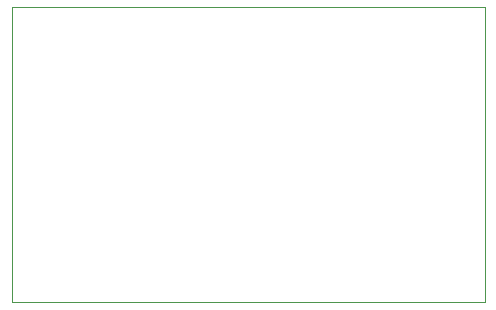
<source format=gm1>
G04 #@! TF.GenerationSoftware,KiCad,Pcbnew,8.0.3*
G04 #@! TF.CreationDate,2024-07-29T12:18:52+02:00*
G04 #@! TF.ProjectId,double_145MHz_BPF,646f7562-6c65-45f3-9134-354d487a5f42,rev?*
G04 #@! TF.SameCoordinates,Original*
G04 #@! TF.FileFunction,Profile,NP*
%FSLAX46Y46*%
G04 Gerber Fmt 4.6, Leading zero omitted, Abs format (unit mm)*
G04 Created by KiCad (PCBNEW 8.0.3) date 2024-07-29 12:18:52*
%MOMM*%
%LPD*%
G01*
G04 APERTURE LIST*
G04 #@! TA.AperFunction,Profile*
%ADD10C,0.050000*%
G04 #@! TD*
G04 APERTURE END LIST*
D10*
X85000000Y-45000000D02*
X125000000Y-45000000D01*
X125000000Y-70000000D01*
X85000000Y-70000000D01*
X85000000Y-45000000D01*
M02*

</source>
